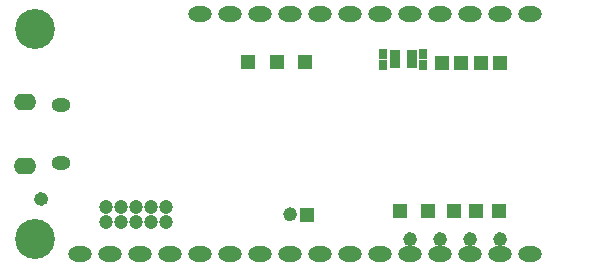
<source format=gbs>
G04 Layer_Color=16711935*
%FSLAX24Y24*%
%MOIN*%
G70*
G01*
G75*
%ADD38C,0.0240*%
%ADD68C,0.0159*%
%ADD75R,0.0293X0.0332*%
%ADD87O,0.0789X0.0513*%
%ADD88C,0.0474*%
%ADD89O,0.0749X0.0552*%
%ADD90O,0.0631X0.0474*%
%ADD91C,0.0013*%
%ADD92C,0.1330*%
%ADD93R,0.0474X0.0474*%
%ADD94R,0.0375X0.0631*%
D38*
X9610Y-2687D02*
G03*
X9610Y-2687I-110J0D01*
G01*
Y-2665D02*
G03*
X9610Y-2665I-110J0D01*
G01*
X14610Y-3496D02*
G03*
X14610Y-3496I-110J0D01*
G01*
Y-3518D02*
G03*
X14610Y-3518I-110J0D01*
G01*
X15610Y-3496D02*
G03*
X15610Y-3496I-110J0D01*
G01*
Y-3518D02*
G03*
X15610Y-3518I-110J0D01*
G01*
X16610Y-3496D02*
G03*
X16610Y-3496I-110J0D01*
G01*
Y-3518D02*
G03*
X16610Y-3518I-110J0D01*
G01*
X1321Y-2169D02*
G03*
X1321Y-2169I-110J0D01*
G01*
X1299D02*
G03*
X1299Y-2169I-110J0D01*
G01*
X13610Y-3496D02*
G03*
X13610Y-3496I-110J0D01*
G01*
Y-3518D02*
G03*
X13610Y-3518I-110J0D01*
G01*
D68*
X9500Y-2809D02*
D03*
Y-2543D02*
D03*
X14500Y-3374D02*
D03*
Y-3640D02*
D03*
X15500Y-3374D02*
D03*
Y-3640D02*
D03*
X16500Y-3374D02*
D03*
Y-3640D02*
D03*
X1333Y-2169D02*
D03*
X1067D02*
D03*
X13500Y-3374D02*
D03*
Y-3640D02*
D03*
D75*
X13930Y2661D02*
D03*
Y2299D02*
D03*
X12610Y2661D02*
D03*
Y2299D02*
D03*
D87*
X6500Y4000D02*
D03*
X7500D02*
D03*
X8500D02*
D03*
X9500D02*
D03*
X10500D02*
D03*
X11500D02*
D03*
X12500D02*
D03*
X13500D02*
D03*
X14500D02*
D03*
X15500D02*
D03*
X16500D02*
D03*
X17500D02*
D03*
X2500Y-4000D02*
D03*
X3500D02*
D03*
X4500D02*
D03*
X5500D02*
D03*
X6500D02*
D03*
X7500D02*
D03*
X8500D02*
D03*
X9500D02*
D03*
X10500D02*
D03*
X11500D02*
D03*
X12500D02*
D03*
X13500D02*
D03*
X14500D02*
D03*
X15500D02*
D03*
X16500D02*
D03*
X17500D02*
D03*
D88*
X5350Y-2450D02*
D03*
Y-2950D02*
D03*
X4850Y-2450D02*
D03*
Y-2950D02*
D03*
X4350Y-2450D02*
D03*
Y-2950D02*
D03*
X3850Y-2450D02*
D03*
Y-2950D02*
D03*
X3350Y-2450D02*
D03*
Y-2950D02*
D03*
D89*
X673Y-1073D02*
D03*
Y1073D02*
D03*
D90*
X1866Y-955D02*
D03*
Y955D02*
D03*
D91*
X19000Y-3750D02*
D03*
Y3750D02*
D03*
D92*
X1000Y3500D02*
D03*
Y-3500D02*
D03*
D93*
X10080Y-2710D02*
D03*
X16450Y-2580D02*
D03*
X8100Y2400D02*
D03*
X10000D02*
D03*
X13150Y-2580D02*
D03*
X16500Y2380D02*
D03*
X14950Y-2580D02*
D03*
X15700D02*
D03*
X15200Y2380D02*
D03*
X9050Y2400D02*
D03*
X15850Y2380D02*
D03*
X14550D02*
D03*
X14100Y-2580D02*
D03*
D94*
X12983Y2500D02*
D03*
X13554D02*
D03*
M02*

</source>
